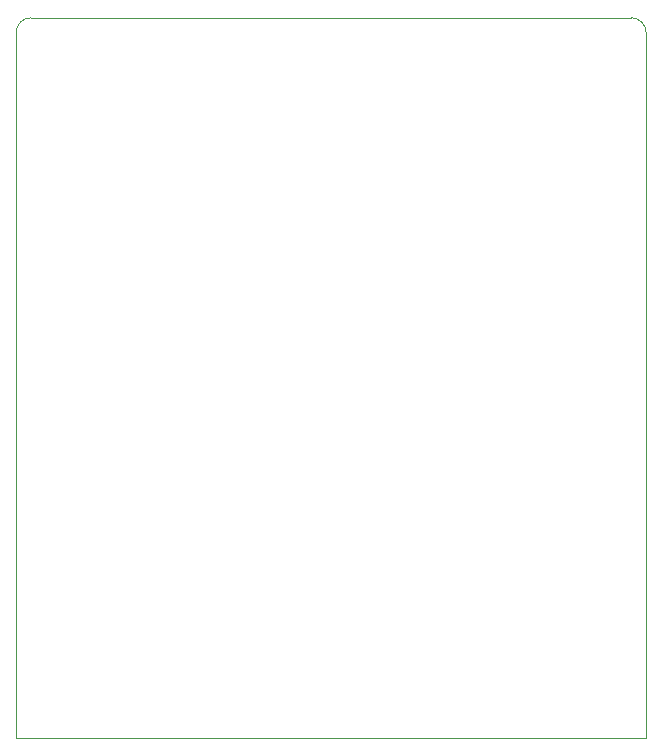
<source format=gbr>
G04 #@! TF.GenerationSoftware,KiCad,Pcbnew,(5.1.0-0)*
G04 #@! TF.CreationDate,2019-10-08T22:16:15-07:00*
G04 #@! TF.ProjectId,RAMCard,52414d43-6172-4642-9e6b-696361645f70,rev?*
G04 #@! TF.SameCoordinates,Original*
G04 #@! TF.FileFunction,Profile,NP*
%FSLAX46Y46*%
G04 Gerber Fmt 4.6, Leading zero omitted, Abs format (unit mm)*
G04 Created by KiCad (PCBNEW (5.1.0-0)) date 2019-10-08 22:16:15*
%MOMM*%
%LPD*%
G04 APERTURE LIST*
%ADD10C,0.050000*%
G04 APERTURE END LIST*
D10*
X151130000Y-53340000D02*
G75*
G02X152400000Y-54610000I0J-1270000D01*
G01*
X99060000Y-54610000D02*
G75*
G02X100330000Y-53340000I1270000J0D01*
G01*
X99060000Y-114300000D02*
X152400000Y-114300000D01*
X99060000Y-54610000D02*
X99060000Y-114300000D01*
X151130000Y-53340000D02*
X100330000Y-53340000D01*
X152400000Y-114300000D02*
X152400000Y-54610000D01*
M02*

</source>
